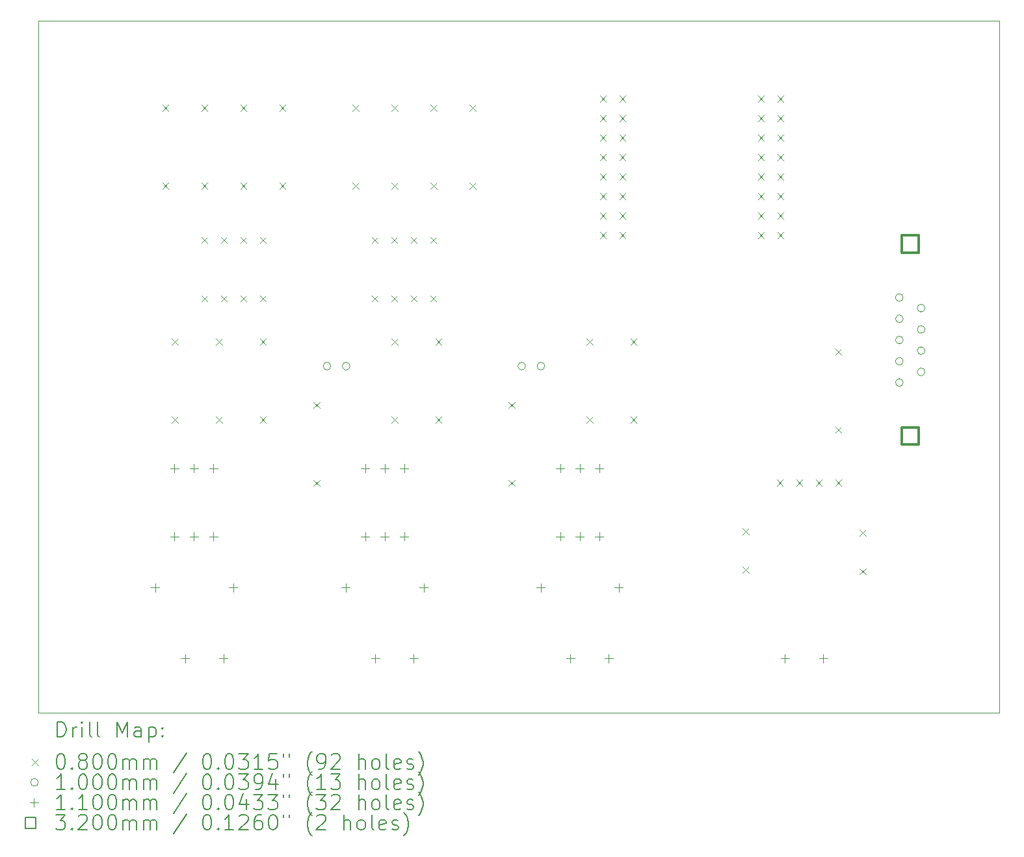
<source format=gbr>
%TF.GenerationSoftware,KiCad,Pcbnew,7.0.1*%
%TF.CreationDate,2023-03-23T12:40:10+01:00*%
%TF.ProjectId,ESP32-BMS_Ctrl,45535033-322d-4424-9d53-5f4374726c2e,rev?*%
%TF.SameCoordinates,Original*%
%TF.FileFunction,Drillmap*%
%TF.FilePolarity,Positive*%
%FSLAX45Y45*%
G04 Gerber Fmt 4.5, Leading zero omitted, Abs format (unit mm)*
G04 Created by KiCad (PCBNEW 7.0.1) date 2023-03-23 12:40:10*
%MOMM*%
%LPD*%
G01*
G04 APERTURE LIST*
%ADD10C,0.100000*%
%ADD11C,0.200000*%
%ADD12C,0.080000*%
%ADD13C,0.110000*%
%ADD14C,0.320000*%
G04 APERTURE END LIST*
D10*
X9334500Y-4191000D02*
X21844000Y-4191000D01*
X21844000Y-13208000D01*
X9334500Y-13208000D01*
X9334500Y-4191000D01*
D11*
D12*
X10945500Y-5287100D02*
X11025500Y-5367100D01*
X11025500Y-5287100D02*
X10945500Y-5367100D01*
X10945500Y-6303100D02*
X11025500Y-6383100D01*
X11025500Y-6303100D02*
X10945500Y-6383100D01*
X11068500Y-8335100D02*
X11148500Y-8415100D01*
X11148500Y-8335100D02*
X11068500Y-8415100D01*
X11068500Y-9351100D02*
X11148500Y-9431100D01*
X11148500Y-9351100D02*
X11068500Y-9431100D01*
X11453500Y-5287100D02*
X11533500Y-5367100D01*
X11533500Y-5287100D02*
X11453500Y-5367100D01*
X11453500Y-6303100D02*
X11533500Y-6383100D01*
X11533500Y-6303100D02*
X11453500Y-6383100D01*
X11453500Y-7008500D02*
X11533500Y-7088500D01*
X11533500Y-7008500D02*
X11453500Y-7088500D01*
X11453500Y-7770500D02*
X11533500Y-7850500D01*
X11533500Y-7770500D02*
X11453500Y-7850500D01*
X11644000Y-8335100D02*
X11724000Y-8415100D01*
X11724000Y-8335100D02*
X11644000Y-8415100D01*
X11644000Y-9351100D02*
X11724000Y-9431100D01*
X11724000Y-9351100D02*
X11644000Y-9431100D01*
X11707500Y-7008500D02*
X11787500Y-7088500D01*
X11787500Y-7008500D02*
X11707500Y-7088500D01*
X11707500Y-7770500D02*
X11787500Y-7850500D01*
X11787500Y-7770500D02*
X11707500Y-7850500D01*
X11961500Y-5287100D02*
X12041500Y-5367100D01*
X12041500Y-5287100D02*
X11961500Y-5367100D01*
X11961500Y-6303100D02*
X12041500Y-6383100D01*
X12041500Y-6303100D02*
X11961500Y-6383100D01*
X11961500Y-7008500D02*
X12041500Y-7088500D01*
X12041500Y-7008500D02*
X11961500Y-7088500D01*
X11961500Y-7770500D02*
X12041500Y-7850500D01*
X12041500Y-7770500D02*
X11961500Y-7850500D01*
X12215500Y-7008500D02*
X12295500Y-7088500D01*
X12295500Y-7008500D02*
X12215500Y-7088500D01*
X12215500Y-7770500D02*
X12295500Y-7850500D01*
X12295500Y-7770500D02*
X12215500Y-7850500D01*
X12215500Y-8335100D02*
X12295500Y-8415100D01*
X12295500Y-8335100D02*
X12215500Y-8415100D01*
X12215500Y-9351100D02*
X12295500Y-9431100D01*
X12295500Y-9351100D02*
X12215500Y-9431100D01*
X12469500Y-5287100D02*
X12549500Y-5367100D01*
X12549500Y-5287100D02*
X12469500Y-5367100D01*
X12469500Y-6303100D02*
X12549500Y-6383100D01*
X12549500Y-6303100D02*
X12469500Y-6383100D01*
X12914000Y-9160600D02*
X12994000Y-9240600D01*
X12994000Y-9160600D02*
X12914000Y-9240600D01*
X12914000Y-10176600D02*
X12994000Y-10256600D01*
X12994000Y-10176600D02*
X12914000Y-10256600D01*
X13422000Y-5287100D02*
X13502000Y-5367100D01*
X13502000Y-5287100D02*
X13422000Y-5367100D01*
X13422000Y-6303100D02*
X13502000Y-6383100D01*
X13502000Y-6303100D02*
X13422000Y-6383100D01*
X13672000Y-7008500D02*
X13752000Y-7088500D01*
X13752000Y-7008500D02*
X13672000Y-7088500D01*
X13672000Y-7770500D02*
X13752000Y-7850500D01*
X13752000Y-7770500D02*
X13672000Y-7850500D01*
X13926000Y-7008500D02*
X14006000Y-7088500D01*
X14006000Y-7008500D02*
X13926000Y-7088500D01*
X13926000Y-7770500D02*
X14006000Y-7850500D01*
X14006000Y-7770500D02*
X13926000Y-7850500D01*
X13930000Y-5287100D02*
X14010000Y-5367100D01*
X14010000Y-5287100D02*
X13930000Y-5367100D01*
X13930000Y-6303100D02*
X14010000Y-6383100D01*
X14010000Y-6303100D02*
X13930000Y-6383100D01*
X13930000Y-8335100D02*
X14010000Y-8415100D01*
X14010000Y-8335100D02*
X13930000Y-8415100D01*
X13930000Y-9351100D02*
X14010000Y-9431100D01*
X14010000Y-9351100D02*
X13930000Y-9431100D01*
X14180000Y-7008500D02*
X14260000Y-7088500D01*
X14260000Y-7008500D02*
X14180000Y-7088500D01*
X14180000Y-7770500D02*
X14260000Y-7850500D01*
X14260000Y-7770500D02*
X14180000Y-7850500D01*
X14434000Y-7008500D02*
X14514000Y-7088500D01*
X14514000Y-7008500D02*
X14434000Y-7088500D01*
X14434000Y-7770500D02*
X14514000Y-7850500D01*
X14514000Y-7770500D02*
X14434000Y-7850500D01*
X14438000Y-5287100D02*
X14518000Y-5367100D01*
X14518000Y-5287100D02*
X14438000Y-5367100D01*
X14438000Y-6303100D02*
X14518000Y-6383100D01*
X14518000Y-6303100D02*
X14438000Y-6383100D01*
X14501500Y-8335100D02*
X14581500Y-8415100D01*
X14581500Y-8335100D02*
X14501500Y-8415100D01*
X14501500Y-9351100D02*
X14581500Y-9431100D01*
X14581500Y-9351100D02*
X14501500Y-9431100D01*
X14946000Y-5287100D02*
X15026000Y-5367100D01*
X15026000Y-5287100D02*
X14946000Y-5367100D01*
X14946000Y-6303100D02*
X15026000Y-6383100D01*
X15026000Y-6303100D02*
X14946000Y-6383100D01*
X15454000Y-9160600D02*
X15534000Y-9240600D01*
X15534000Y-9160600D02*
X15454000Y-9240600D01*
X15454000Y-10176600D02*
X15534000Y-10256600D01*
X15534000Y-10176600D02*
X15454000Y-10256600D01*
X16470000Y-8335100D02*
X16550000Y-8415100D01*
X16550000Y-8335100D02*
X16470000Y-8415100D01*
X16470000Y-9351100D02*
X16550000Y-9431100D01*
X16550000Y-9351100D02*
X16470000Y-9431100D01*
X16646000Y-5170500D02*
X16726000Y-5250500D01*
X16726000Y-5170500D02*
X16646000Y-5250500D01*
X16646000Y-5424500D02*
X16726000Y-5504500D01*
X16726000Y-5424500D02*
X16646000Y-5504500D01*
X16646000Y-5678500D02*
X16726000Y-5758500D01*
X16726000Y-5678500D02*
X16646000Y-5758500D01*
X16646000Y-5932500D02*
X16726000Y-6012500D01*
X16726000Y-5932500D02*
X16646000Y-6012500D01*
X16646000Y-6186500D02*
X16726000Y-6266500D01*
X16726000Y-6186500D02*
X16646000Y-6266500D01*
X16646000Y-6440500D02*
X16726000Y-6520500D01*
X16726000Y-6440500D02*
X16646000Y-6520500D01*
X16646000Y-6694500D02*
X16726000Y-6774500D01*
X16726000Y-6694500D02*
X16646000Y-6774500D01*
X16646000Y-6948500D02*
X16726000Y-7028500D01*
X16726000Y-6948500D02*
X16646000Y-7028500D01*
X16900000Y-5170500D02*
X16980000Y-5250500D01*
X16980000Y-5170500D02*
X16900000Y-5250500D01*
X16900000Y-5424500D02*
X16980000Y-5504500D01*
X16980000Y-5424500D02*
X16900000Y-5504500D01*
X16900000Y-5678500D02*
X16980000Y-5758500D01*
X16980000Y-5678500D02*
X16900000Y-5758500D01*
X16900000Y-5932500D02*
X16980000Y-6012500D01*
X16980000Y-5932500D02*
X16900000Y-6012500D01*
X16900000Y-6186500D02*
X16980000Y-6266500D01*
X16980000Y-6186500D02*
X16900000Y-6266500D01*
X16900000Y-6440500D02*
X16980000Y-6520500D01*
X16980000Y-6440500D02*
X16900000Y-6520500D01*
X16900000Y-6694500D02*
X16980000Y-6774500D01*
X16980000Y-6694500D02*
X16900000Y-6774500D01*
X16900000Y-6948500D02*
X16980000Y-7028500D01*
X16980000Y-6948500D02*
X16900000Y-7028500D01*
X17041500Y-8335100D02*
X17121500Y-8415100D01*
X17121500Y-8335100D02*
X17041500Y-8415100D01*
X17041500Y-9351100D02*
X17121500Y-9431100D01*
X17121500Y-9351100D02*
X17041500Y-9431100D01*
X18502000Y-10809268D02*
X18582000Y-10889268D01*
X18582000Y-10809268D02*
X18502000Y-10889268D01*
X18502000Y-11309268D02*
X18582000Y-11389268D01*
X18582000Y-11309268D02*
X18502000Y-11389268D01*
X18703000Y-5170500D02*
X18783000Y-5250500D01*
X18783000Y-5170500D02*
X18703000Y-5250500D01*
X18703000Y-5424500D02*
X18783000Y-5504500D01*
X18783000Y-5424500D02*
X18703000Y-5504500D01*
X18703000Y-5678500D02*
X18783000Y-5758500D01*
X18783000Y-5678500D02*
X18703000Y-5758500D01*
X18703000Y-5932500D02*
X18783000Y-6012500D01*
X18783000Y-5932500D02*
X18703000Y-6012500D01*
X18703000Y-6186500D02*
X18783000Y-6266500D01*
X18783000Y-6186500D02*
X18703000Y-6266500D01*
X18703000Y-6440500D02*
X18783000Y-6520500D01*
X18783000Y-6440500D02*
X18703000Y-6520500D01*
X18703000Y-6694500D02*
X18783000Y-6774500D01*
X18783000Y-6694500D02*
X18703000Y-6774500D01*
X18703000Y-6948500D02*
X18783000Y-7028500D01*
X18783000Y-6948500D02*
X18703000Y-7028500D01*
X18946500Y-10174268D02*
X19026500Y-10254268D01*
X19026500Y-10174268D02*
X18946500Y-10254268D01*
X18957000Y-5170500D02*
X19037000Y-5250500D01*
X19037000Y-5170500D02*
X18957000Y-5250500D01*
X18957000Y-5424500D02*
X19037000Y-5504500D01*
X19037000Y-5424500D02*
X18957000Y-5504500D01*
X18957000Y-5678500D02*
X19037000Y-5758500D01*
X19037000Y-5678500D02*
X18957000Y-5758500D01*
X18957000Y-5932500D02*
X19037000Y-6012500D01*
X19037000Y-5932500D02*
X18957000Y-6012500D01*
X18957000Y-6186500D02*
X19037000Y-6266500D01*
X19037000Y-6186500D02*
X18957000Y-6266500D01*
X18957000Y-6440500D02*
X19037000Y-6520500D01*
X19037000Y-6440500D02*
X18957000Y-6520500D01*
X18957000Y-6694500D02*
X19037000Y-6774500D01*
X19037000Y-6694500D02*
X18957000Y-6774500D01*
X18957000Y-6948500D02*
X19037000Y-7028500D01*
X19037000Y-6948500D02*
X18957000Y-7028500D01*
X19200500Y-10174268D02*
X19280500Y-10254268D01*
X19280500Y-10174268D02*
X19200500Y-10254268D01*
X19454500Y-10174268D02*
X19534500Y-10254268D01*
X19534500Y-10174268D02*
X19454500Y-10254268D01*
X19708500Y-8469000D02*
X19788500Y-8549000D01*
X19788500Y-8469000D02*
X19708500Y-8549000D01*
X19708500Y-9485000D02*
X19788500Y-9565000D01*
X19788500Y-9485000D02*
X19708500Y-9565000D01*
X19708500Y-10174268D02*
X19788500Y-10254268D01*
X19788500Y-10174268D02*
X19708500Y-10254268D01*
X20026000Y-10826500D02*
X20106000Y-10906500D01*
X20106000Y-10826500D02*
X20026000Y-10906500D01*
X20026000Y-11326500D02*
X20106000Y-11406500D01*
X20106000Y-11326500D02*
X20026000Y-11406500D01*
D10*
X13139000Y-8692600D02*
G75*
G03*
X13139000Y-8692600I-50000J0D01*
G01*
X13389000Y-8692600D02*
G75*
G03*
X13389000Y-8692600I-50000J0D01*
G01*
X15675000Y-8692600D02*
G75*
G03*
X15675000Y-8692600I-50000J0D01*
G01*
X15925000Y-8692600D02*
G75*
G03*
X15925000Y-8692600I-50000J0D01*
G01*
X20592467Y-7799000D02*
G75*
G03*
X20592467Y-7799000I-50000J0D01*
G01*
X20592467Y-8076000D02*
G75*
G03*
X20592467Y-8076000I-50000J0D01*
G01*
X20592467Y-8353000D02*
G75*
G03*
X20592467Y-8353000I-50000J0D01*
G01*
X20592467Y-8630000D02*
G75*
G03*
X20592467Y-8630000I-50000J0D01*
G01*
X20592467Y-8907000D02*
G75*
G03*
X20592467Y-8907000I-50000J0D01*
G01*
X20876467Y-7937500D02*
G75*
G03*
X20876467Y-7937500I-50000J0D01*
G01*
X20876467Y-8214500D02*
G75*
G03*
X20876467Y-8214500I-50000J0D01*
G01*
X20876467Y-8491500D02*
G75*
G03*
X20876467Y-8491500I-50000J0D01*
G01*
X20876467Y-8768500D02*
G75*
G03*
X20876467Y-8768500I-50000J0D01*
G01*
D13*
X10854500Y-11525100D02*
X10854500Y-11635100D01*
X10799500Y-11580100D02*
X10909500Y-11580100D01*
X11104500Y-9971100D02*
X11104500Y-10081100D01*
X11049500Y-10026100D02*
X11159500Y-10026100D01*
X11104500Y-10860100D02*
X11104500Y-10970100D01*
X11049500Y-10915100D02*
X11159500Y-10915100D01*
X11243500Y-12447600D02*
X11243500Y-12557600D01*
X11188500Y-12502600D02*
X11298500Y-12502600D01*
X11358500Y-9971100D02*
X11358500Y-10081100D01*
X11303500Y-10026100D02*
X11413500Y-10026100D01*
X11358500Y-10860100D02*
X11358500Y-10970100D01*
X11303500Y-10915100D02*
X11413500Y-10915100D01*
X11612500Y-9971100D02*
X11612500Y-10081100D01*
X11557500Y-10026100D02*
X11667500Y-10026100D01*
X11612500Y-10860100D02*
X11612500Y-10970100D01*
X11557500Y-10915100D02*
X11667500Y-10915100D01*
X11743500Y-12447600D02*
X11743500Y-12557600D01*
X11688500Y-12502600D02*
X11798500Y-12502600D01*
X11870500Y-11525100D02*
X11870500Y-11635100D01*
X11815500Y-11580100D02*
X11925500Y-11580100D01*
X13335000Y-11525100D02*
X13335000Y-11635100D01*
X13280000Y-11580100D02*
X13390000Y-11580100D01*
X13589000Y-9971100D02*
X13589000Y-10081100D01*
X13534000Y-10026100D02*
X13644000Y-10026100D01*
X13589000Y-10860100D02*
X13589000Y-10970100D01*
X13534000Y-10915100D02*
X13644000Y-10915100D01*
X13720000Y-12447600D02*
X13720000Y-12557600D01*
X13665000Y-12502600D02*
X13775000Y-12502600D01*
X13843000Y-9971100D02*
X13843000Y-10081100D01*
X13788000Y-10026100D02*
X13898000Y-10026100D01*
X13843000Y-10860100D02*
X13843000Y-10970100D01*
X13788000Y-10915100D02*
X13898000Y-10915100D01*
X14097000Y-9971100D02*
X14097000Y-10081100D01*
X14042000Y-10026100D02*
X14152000Y-10026100D01*
X14097000Y-10860100D02*
X14097000Y-10970100D01*
X14042000Y-10915100D02*
X14152000Y-10915100D01*
X14220000Y-12447600D02*
X14220000Y-12557600D01*
X14165000Y-12502600D02*
X14275000Y-12502600D01*
X14351000Y-11525100D02*
X14351000Y-11635100D01*
X14296000Y-11580100D02*
X14406000Y-11580100D01*
X15875000Y-11525100D02*
X15875000Y-11635100D01*
X15820000Y-11580100D02*
X15930000Y-11580100D01*
X16129000Y-9971100D02*
X16129000Y-10081100D01*
X16074000Y-10026100D02*
X16184000Y-10026100D01*
X16129000Y-10860100D02*
X16129000Y-10970100D01*
X16074000Y-10915100D02*
X16184000Y-10915100D01*
X16260000Y-12447600D02*
X16260000Y-12557600D01*
X16205000Y-12502600D02*
X16315000Y-12502600D01*
X16383000Y-9971100D02*
X16383000Y-10081100D01*
X16328000Y-10026100D02*
X16438000Y-10026100D01*
X16383000Y-10860100D02*
X16383000Y-10970100D01*
X16328000Y-10915100D02*
X16438000Y-10915100D01*
X16637000Y-9971100D02*
X16637000Y-10081100D01*
X16582000Y-10026100D02*
X16692000Y-10026100D01*
X16637000Y-10860100D02*
X16637000Y-10970100D01*
X16582000Y-10915100D02*
X16692000Y-10915100D01*
X16760000Y-12447600D02*
X16760000Y-12557600D01*
X16705000Y-12502600D02*
X16815000Y-12502600D01*
X16891000Y-11525100D02*
X16891000Y-11635100D01*
X16836000Y-11580100D02*
X16946000Y-11580100D01*
X19054000Y-12447600D02*
X19054000Y-12557600D01*
X18999000Y-12502600D02*
X19109000Y-12502600D01*
X19554000Y-12447600D02*
X19554000Y-12557600D01*
X19499000Y-12502600D02*
X19609000Y-12502600D01*
D14*
X20797605Y-7216138D02*
X20797605Y-6989862D01*
X20571329Y-6989862D01*
X20571329Y-7216138D01*
X20797605Y-7216138D01*
X20797605Y-9716138D02*
X20797605Y-9489862D01*
X20571329Y-9489862D01*
X20571329Y-9716138D01*
X20797605Y-9716138D01*
D11*
X9577119Y-13525524D02*
X9577119Y-13325524D01*
X9577119Y-13325524D02*
X9624738Y-13325524D01*
X9624738Y-13325524D02*
X9653310Y-13335048D01*
X9653310Y-13335048D02*
X9672357Y-13354095D01*
X9672357Y-13354095D02*
X9681881Y-13373143D01*
X9681881Y-13373143D02*
X9691405Y-13411238D01*
X9691405Y-13411238D02*
X9691405Y-13439809D01*
X9691405Y-13439809D02*
X9681881Y-13477905D01*
X9681881Y-13477905D02*
X9672357Y-13496952D01*
X9672357Y-13496952D02*
X9653310Y-13516000D01*
X9653310Y-13516000D02*
X9624738Y-13525524D01*
X9624738Y-13525524D02*
X9577119Y-13525524D01*
X9777119Y-13525524D02*
X9777119Y-13392190D01*
X9777119Y-13430286D02*
X9786643Y-13411238D01*
X9786643Y-13411238D02*
X9796167Y-13401714D01*
X9796167Y-13401714D02*
X9815214Y-13392190D01*
X9815214Y-13392190D02*
X9834262Y-13392190D01*
X9900929Y-13525524D02*
X9900929Y-13392190D01*
X9900929Y-13325524D02*
X9891405Y-13335048D01*
X9891405Y-13335048D02*
X9900929Y-13344571D01*
X9900929Y-13344571D02*
X9910452Y-13335048D01*
X9910452Y-13335048D02*
X9900929Y-13325524D01*
X9900929Y-13325524D02*
X9900929Y-13344571D01*
X10024738Y-13525524D02*
X10005690Y-13516000D01*
X10005690Y-13516000D02*
X9996167Y-13496952D01*
X9996167Y-13496952D02*
X9996167Y-13325524D01*
X10129500Y-13525524D02*
X10110452Y-13516000D01*
X10110452Y-13516000D02*
X10100929Y-13496952D01*
X10100929Y-13496952D02*
X10100929Y-13325524D01*
X10358071Y-13525524D02*
X10358071Y-13325524D01*
X10358071Y-13325524D02*
X10424738Y-13468381D01*
X10424738Y-13468381D02*
X10491405Y-13325524D01*
X10491405Y-13325524D02*
X10491405Y-13525524D01*
X10672357Y-13525524D02*
X10672357Y-13420762D01*
X10672357Y-13420762D02*
X10662833Y-13401714D01*
X10662833Y-13401714D02*
X10643786Y-13392190D01*
X10643786Y-13392190D02*
X10605690Y-13392190D01*
X10605690Y-13392190D02*
X10586643Y-13401714D01*
X10672357Y-13516000D02*
X10653310Y-13525524D01*
X10653310Y-13525524D02*
X10605690Y-13525524D01*
X10605690Y-13525524D02*
X10586643Y-13516000D01*
X10586643Y-13516000D02*
X10577119Y-13496952D01*
X10577119Y-13496952D02*
X10577119Y-13477905D01*
X10577119Y-13477905D02*
X10586643Y-13458857D01*
X10586643Y-13458857D02*
X10605690Y-13449333D01*
X10605690Y-13449333D02*
X10653310Y-13449333D01*
X10653310Y-13449333D02*
X10672357Y-13439809D01*
X10767595Y-13392190D02*
X10767595Y-13592190D01*
X10767595Y-13401714D02*
X10786643Y-13392190D01*
X10786643Y-13392190D02*
X10824738Y-13392190D01*
X10824738Y-13392190D02*
X10843786Y-13401714D01*
X10843786Y-13401714D02*
X10853310Y-13411238D01*
X10853310Y-13411238D02*
X10862833Y-13430286D01*
X10862833Y-13430286D02*
X10862833Y-13487428D01*
X10862833Y-13487428D02*
X10853310Y-13506476D01*
X10853310Y-13506476D02*
X10843786Y-13516000D01*
X10843786Y-13516000D02*
X10824738Y-13525524D01*
X10824738Y-13525524D02*
X10786643Y-13525524D01*
X10786643Y-13525524D02*
X10767595Y-13516000D01*
X10948548Y-13506476D02*
X10958071Y-13516000D01*
X10958071Y-13516000D02*
X10948548Y-13525524D01*
X10948548Y-13525524D02*
X10939024Y-13516000D01*
X10939024Y-13516000D02*
X10948548Y-13506476D01*
X10948548Y-13506476D02*
X10948548Y-13525524D01*
X10948548Y-13401714D02*
X10958071Y-13411238D01*
X10958071Y-13411238D02*
X10948548Y-13420762D01*
X10948548Y-13420762D02*
X10939024Y-13411238D01*
X10939024Y-13411238D02*
X10948548Y-13401714D01*
X10948548Y-13401714D02*
X10948548Y-13420762D01*
D12*
X9249500Y-13813000D02*
X9329500Y-13893000D01*
X9329500Y-13813000D02*
X9249500Y-13893000D01*
D11*
X9615214Y-13745524D02*
X9634262Y-13745524D01*
X9634262Y-13745524D02*
X9653310Y-13755048D01*
X9653310Y-13755048D02*
X9662833Y-13764571D01*
X9662833Y-13764571D02*
X9672357Y-13783619D01*
X9672357Y-13783619D02*
X9681881Y-13821714D01*
X9681881Y-13821714D02*
X9681881Y-13869333D01*
X9681881Y-13869333D02*
X9672357Y-13907428D01*
X9672357Y-13907428D02*
X9662833Y-13926476D01*
X9662833Y-13926476D02*
X9653310Y-13936000D01*
X9653310Y-13936000D02*
X9634262Y-13945524D01*
X9634262Y-13945524D02*
X9615214Y-13945524D01*
X9615214Y-13945524D02*
X9596167Y-13936000D01*
X9596167Y-13936000D02*
X9586643Y-13926476D01*
X9586643Y-13926476D02*
X9577119Y-13907428D01*
X9577119Y-13907428D02*
X9567595Y-13869333D01*
X9567595Y-13869333D02*
X9567595Y-13821714D01*
X9567595Y-13821714D02*
X9577119Y-13783619D01*
X9577119Y-13783619D02*
X9586643Y-13764571D01*
X9586643Y-13764571D02*
X9596167Y-13755048D01*
X9596167Y-13755048D02*
X9615214Y-13745524D01*
X9767595Y-13926476D02*
X9777119Y-13936000D01*
X9777119Y-13936000D02*
X9767595Y-13945524D01*
X9767595Y-13945524D02*
X9758071Y-13936000D01*
X9758071Y-13936000D02*
X9767595Y-13926476D01*
X9767595Y-13926476D02*
X9767595Y-13945524D01*
X9891405Y-13831238D02*
X9872357Y-13821714D01*
X9872357Y-13821714D02*
X9862833Y-13812190D01*
X9862833Y-13812190D02*
X9853310Y-13793143D01*
X9853310Y-13793143D02*
X9853310Y-13783619D01*
X9853310Y-13783619D02*
X9862833Y-13764571D01*
X9862833Y-13764571D02*
X9872357Y-13755048D01*
X9872357Y-13755048D02*
X9891405Y-13745524D01*
X9891405Y-13745524D02*
X9929500Y-13745524D01*
X9929500Y-13745524D02*
X9948548Y-13755048D01*
X9948548Y-13755048D02*
X9958071Y-13764571D01*
X9958071Y-13764571D02*
X9967595Y-13783619D01*
X9967595Y-13783619D02*
X9967595Y-13793143D01*
X9967595Y-13793143D02*
X9958071Y-13812190D01*
X9958071Y-13812190D02*
X9948548Y-13821714D01*
X9948548Y-13821714D02*
X9929500Y-13831238D01*
X9929500Y-13831238D02*
X9891405Y-13831238D01*
X9891405Y-13831238D02*
X9872357Y-13840762D01*
X9872357Y-13840762D02*
X9862833Y-13850286D01*
X9862833Y-13850286D02*
X9853310Y-13869333D01*
X9853310Y-13869333D02*
X9853310Y-13907428D01*
X9853310Y-13907428D02*
X9862833Y-13926476D01*
X9862833Y-13926476D02*
X9872357Y-13936000D01*
X9872357Y-13936000D02*
X9891405Y-13945524D01*
X9891405Y-13945524D02*
X9929500Y-13945524D01*
X9929500Y-13945524D02*
X9948548Y-13936000D01*
X9948548Y-13936000D02*
X9958071Y-13926476D01*
X9958071Y-13926476D02*
X9967595Y-13907428D01*
X9967595Y-13907428D02*
X9967595Y-13869333D01*
X9967595Y-13869333D02*
X9958071Y-13850286D01*
X9958071Y-13850286D02*
X9948548Y-13840762D01*
X9948548Y-13840762D02*
X9929500Y-13831238D01*
X10091405Y-13745524D02*
X10110452Y-13745524D01*
X10110452Y-13745524D02*
X10129500Y-13755048D01*
X10129500Y-13755048D02*
X10139024Y-13764571D01*
X10139024Y-13764571D02*
X10148548Y-13783619D01*
X10148548Y-13783619D02*
X10158071Y-13821714D01*
X10158071Y-13821714D02*
X10158071Y-13869333D01*
X10158071Y-13869333D02*
X10148548Y-13907428D01*
X10148548Y-13907428D02*
X10139024Y-13926476D01*
X10139024Y-13926476D02*
X10129500Y-13936000D01*
X10129500Y-13936000D02*
X10110452Y-13945524D01*
X10110452Y-13945524D02*
X10091405Y-13945524D01*
X10091405Y-13945524D02*
X10072357Y-13936000D01*
X10072357Y-13936000D02*
X10062833Y-13926476D01*
X10062833Y-13926476D02*
X10053310Y-13907428D01*
X10053310Y-13907428D02*
X10043786Y-13869333D01*
X10043786Y-13869333D02*
X10043786Y-13821714D01*
X10043786Y-13821714D02*
X10053310Y-13783619D01*
X10053310Y-13783619D02*
X10062833Y-13764571D01*
X10062833Y-13764571D02*
X10072357Y-13755048D01*
X10072357Y-13755048D02*
X10091405Y-13745524D01*
X10281881Y-13745524D02*
X10300929Y-13745524D01*
X10300929Y-13745524D02*
X10319976Y-13755048D01*
X10319976Y-13755048D02*
X10329500Y-13764571D01*
X10329500Y-13764571D02*
X10339024Y-13783619D01*
X10339024Y-13783619D02*
X10348548Y-13821714D01*
X10348548Y-13821714D02*
X10348548Y-13869333D01*
X10348548Y-13869333D02*
X10339024Y-13907428D01*
X10339024Y-13907428D02*
X10329500Y-13926476D01*
X10329500Y-13926476D02*
X10319976Y-13936000D01*
X10319976Y-13936000D02*
X10300929Y-13945524D01*
X10300929Y-13945524D02*
X10281881Y-13945524D01*
X10281881Y-13945524D02*
X10262833Y-13936000D01*
X10262833Y-13936000D02*
X10253310Y-13926476D01*
X10253310Y-13926476D02*
X10243786Y-13907428D01*
X10243786Y-13907428D02*
X10234262Y-13869333D01*
X10234262Y-13869333D02*
X10234262Y-13821714D01*
X10234262Y-13821714D02*
X10243786Y-13783619D01*
X10243786Y-13783619D02*
X10253310Y-13764571D01*
X10253310Y-13764571D02*
X10262833Y-13755048D01*
X10262833Y-13755048D02*
X10281881Y-13745524D01*
X10434262Y-13945524D02*
X10434262Y-13812190D01*
X10434262Y-13831238D02*
X10443786Y-13821714D01*
X10443786Y-13821714D02*
X10462833Y-13812190D01*
X10462833Y-13812190D02*
X10491405Y-13812190D01*
X10491405Y-13812190D02*
X10510452Y-13821714D01*
X10510452Y-13821714D02*
X10519976Y-13840762D01*
X10519976Y-13840762D02*
X10519976Y-13945524D01*
X10519976Y-13840762D02*
X10529500Y-13821714D01*
X10529500Y-13821714D02*
X10548548Y-13812190D01*
X10548548Y-13812190D02*
X10577119Y-13812190D01*
X10577119Y-13812190D02*
X10596167Y-13821714D01*
X10596167Y-13821714D02*
X10605691Y-13840762D01*
X10605691Y-13840762D02*
X10605691Y-13945524D01*
X10700929Y-13945524D02*
X10700929Y-13812190D01*
X10700929Y-13831238D02*
X10710452Y-13821714D01*
X10710452Y-13821714D02*
X10729500Y-13812190D01*
X10729500Y-13812190D02*
X10758072Y-13812190D01*
X10758072Y-13812190D02*
X10777119Y-13821714D01*
X10777119Y-13821714D02*
X10786643Y-13840762D01*
X10786643Y-13840762D02*
X10786643Y-13945524D01*
X10786643Y-13840762D02*
X10796167Y-13821714D01*
X10796167Y-13821714D02*
X10815214Y-13812190D01*
X10815214Y-13812190D02*
X10843786Y-13812190D01*
X10843786Y-13812190D02*
X10862833Y-13821714D01*
X10862833Y-13821714D02*
X10872357Y-13840762D01*
X10872357Y-13840762D02*
X10872357Y-13945524D01*
X11262833Y-13736000D02*
X11091405Y-13993143D01*
X11519976Y-13745524D02*
X11539024Y-13745524D01*
X11539024Y-13745524D02*
X11558072Y-13755048D01*
X11558072Y-13755048D02*
X11567595Y-13764571D01*
X11567595Y-13764571D02*
X11577119Y-13783619D01*
X11577119Y-13783619D02*
X11586643Y-13821714D01*
X11586643Y-13821714D02*
X11586643Y-13869333D01*
X11586643Y-13869333D02*
X11577119Y-13907428D01*
X11577119Y-13907428D02*
X11567595Y-13926476D01*
X11567595Y-13926476D02*
X11558072Y-13936000D01*
X11558072Y-13936000D02*
X11539024Y-13945524D01*
X11539024Y-13945524D02*
X11519976Y-13945524D01*
X11519976Y-13945524D02*
X11500929Y-13936000D01*
X11500929Y-13936000D02*
X11491405Y-13926476D01*
X11491405Y-13926476D02*
X11481881Y-13907428D01*
X11481881Y-13907428D02*
X11472357Y-13869333D01*
X11472357Y-13869333D02*
X11472357Y-13821714D01*
X11472357Y-13821714D02*
X11481881Y-13783619D01*
X11481881Y-13783619D02*
X11491405Y-13764571D01*
X11491405Y-13764571D02*
X11500929Y-13755048D01*
X11500929Y-13755048D02*
X11519976Y-13745524D01*
X11672357Y-13926476D02*
X11681881Y-13936000D01*
X11681881Y-13936000D02*
X11672357Y-13945524D01*
X11672357Y-13945524D02*
X11662833Y-13936000D01*
X11662833Y-13936000D02*
X11672357Y-13926476D01*
X11672357Y-13926476D02*
X11672357Y-13945524D01*
X11805691Y-13745524D02*
X11824738Y-13745524D01*
X11824738Y-13745524D02*
X11843786Y-13755048D01*
X11843786Y-13755048D02*
X11853310Y-13764571D01*
X11853310Y-13764571D02*
X11862833Y-13783619D01*
X11862833Y-13783619D02*
X11872357Y-13821714D01*
X11872357Y-13821714D02*
X11872357Y-13869333D01*
X11872357Y-13869333D02*
X11862833Y-13907428D01*
X11862833Y-13907428D02*
X11853310Y-13926476D01*
X11853310Y-13926476D02*
X11843786Y-13936000D01*
X11843786Y-13936000D02*
X11824738Y-13945524D01*
X11824738Y-13945524D02*
X11805691Y-13945524D01*
X11805691Y-13945524D02*
X11786643Y-13936000D01*
X11786643Y-13936000D02*
X11777119Y-13926476D01*
X11777119Y-13926476D02*
X11767595Y-13907428D01*
X11767595Y-13907428D02*
X11758072Y-13869333D01*
X11758072Y-13869333D02*
X11758072Y-13821714D01*
X11758072Y-13821714D02*
X11767595Y-13783619D01*
X11767595Y-13783619D02*
X11777119Y-13764571D01*
X11777119Y-13764571D02*
X11786643Y-13755048D01*
X11786643Y-13755048D02*
X11805691Y-13745524D01*
X11939024Y-13745524D02*
X12062833Y-13745524D01*
X12062833Y-13745524D02*
X11996167Y-13821714D01*
X11996167Y-13821714D02*
X12024738Y-13821714D01*
X12024738Y-13821714D02*
X12043786Y-13831238D01*
X12043786Y-13831238D02*
X12053310Y-13840762D01*
X12053310Y-13840762D02*
X12062833Y-13859809D01*
X12062833Y-13859809D02*
X12062833Y-13907428D01*
X12062833Y-13907428D02*
X12053310Y-13926476D01*
X12053310Y-13926476D02*
X12043786Y-13936000D01*
X12043786Y-13936000D02*
X12024738Y-13945524D01*
X12024738Y-13945524D02*
X11967595Y-13945524D01*
X11967595Y-13945524D02*
X11948548Y-13936000D01*
X11948548Y-13936000D02*
X11939024Y-13926476D01*
X12253310Y-13945524D02*
X12139024Y-13945524D01*
X12196167Y-13945524D02*
X12196167Y-13745524D01*
X12196167Y-13745524D02*
X12177119Y-13774095D01*
X12177119Y-13774095D02*
X12158072Y-13793143D01*
X12158072Y-13793143D02*
X12139024Y-13802667D01*
X12434262Y-13745524D02*
X12339024Y-13745524D01*
X12339024Y-13745524D02*
X12329500Y-13840762D01*
X12329500Y-13840762D02*
X12339024Y-13831238D01*
X12339024Y-13831238D02*
X12358072Y-13821714D01*
X12358072Y-13821714D02*
X12405691Y-13821714D01*
X12405691Y-13821714D02*
X12424738Y-13831238D01*
X12424738Y-13831238D02*
X12434262Y-13840762D01*
X12434262Y-13840762D02*
X12443786Y-13859809D01*
X12443786Y-13859809D02*
X12443786Y-13907428D01*
X12443786Y-13907428D02*
X12434262Y-13926476D01*
X12434262Y-13926476D02*
X12424738Y-13936000D01*
X12424738Y-13936000D02*
X12405691Y-13945524D01*
X12405691Y-13945524D02*
X12358072Y-13945524D01*
X12358072Y-13945524D02*
X12339024Y-13936000D01*
X12339024Y-13936000D02*
X12329500Y-13926476D01*
X12519976Y-13745524D02*
X12519976Y-13783619D01*
X12596167Y-13745524D02*
X12596167Y-13783619D01*
X12891405Y-14021714D02*
X12881881Y-14012190D01*
X12881881Y-14012190D02*
X12862834Y-13983619D01*
X12862834Y-13983619D02*
X12853310Y-13964571D01*
X12853310Y-13964571D02*
X12843786Y-13936000D01*
X12843786Y-13936000D02*
X12834262Y-13888381D01*
X12834262Y-13888381D02*
X12834262Y-13850286D01*
X12834262Y-13850286D02*
X12843786Y-13802667D01*
X12843786Y-13802667D02*
X12853310Y-13774095D01*
X12853310Y-13774095D02*
X12862834Y-13755048D01*
X12862834Y-13755048D02*
X12881881Y-13726476D01*
X12881881Y-13726476D02*
X12891405Y-13716952D01*
X12977119Y-13945524D02*
X13015214Y-13945524D01*
X13015214Y-13945524D02*
X13034262Y-13936000D01*
X13034262Y-13936000D02*
X13043786Y-13926476D01*
X13043786Y-13926476D02*
X13062834Y-13897905D01*
X13062834Y-13897905D02*
X13072357Y-13859809D01*
X13072357Y-13859809D02*
X13072357Y-13783619D01*
X13072357Y-13783619D02*
X13062834Y-13764571D01*
X13062834Y-13764571D02*
X13053310Y-13755048D01*
X13053310Y-13755048D02*
X13034262Y-13745524D01*
X13034262Y-13745524D02*
X12996167Y-13745524D01*
X12996167Y-13745524D02*
X12977119Y-13755048D01*
X12977119Y-13755048D02*
X12967595Y-13764571D01*
X12967595Y-13764571D02*
X12958072Y-13783619D01*
X12958072Y-13783619D02*
X12958072Y-13831238D01*
X12958072Y-13831238D02*
X12967595Y-13850286D01*
X12967595Y-13850286D02*
X12977119Y-13859809D01*
X12977119Y-13859809D02*
X12996167Y-13869333D01*
X12996167Y-13869333D02*
X13034262Y-13869333D01*
X13034262Y-13869333D02*
X13053310Y-13859809D01*
X13053310Y-13859809D02*
X13062834Y-13850286D01*
X13062834Y-13850286D02*
X13072357Y-13831238D01*
X13148548Y-13764571D02*
X13158072Y-13755048D01*
X13158072Y-13755048D02*
X13177119Y-13745524D01*
X13177119Y-13745524D02*
X13224738Y-13745524D01*
X13224738Y-13745524D02*
X13243786Y-13755048D01*
X13243786Y-13755048D02*
X13253310Y-13764571D01*
X13253310Y-13764571D02*
X13262834Y-13783619D01*
X13262834Y-13783619D02*
X13262834Y-13802667D01*
X13262834Y-13802667D02*
X13253310Y-13831238D01*
X13253310Y-13831238D02*
X13139024Y-13945524D01*
X13139024Y-13945524D02*
X13262834Y-13945524D01*
X13500929Y-13945524D02*
X13500929Y-13745524D01*
X13586643Y-13945524D02*
X13586643Y-13840762D01*
X13586643Y-13840762D02*
X13577119Y-13821714D01*
X13577119Y-13821714D02*
X13558072Y-13812190D01*
X13558072Y-13812190D02*
X13529500Y-13812190D01*
X13529500Y-13812190D02*
X13510453Y-13821714D01*
X13510453Y-13821714D02*
X13500929Y-13831238D01*
X13710453Y-13945524D02*
X13691405Y-13936000D01*
X13691405Y-13936000D02*
X13681881Y-13926476D01*
X13681881Y-13926476D02*
X13672357Y-13907428D01*
X13672357Y-13907428D02*
X13672357Y-13850286D01*
X13672357Y-13850286D02*
X13681881Y-13831238D01*
X13681881Y-13831238D02*
X13691405Y-13821714D01*
X13691405Y-13821714D02*
X13710453Y-13812190D01*
X13710453Y-13812190D02*
X13739024Y-13812190D01*
X13739024Y-13812190D02*
X13758072Y-13821714D01*
X13758072Y-13821714D02*
X13767596Y-13831238D01*
X13767596Y-13831238D02*
X13777119Y-13850286D01*
X13777119Y-13850286D02*
X13777119Y-13907428D01*
X13777119Y-13907428D02*
X13767596Y-13926476D01*
X13767596Y-13926476D02*
X13758072Y-13936000D01*
X13758072Y-13936000D02*
X13739024Y-13945524D01*
X13739024Y-13945524D02*
X13710453Y-13945524D01*
X13891405Y-13945524D02*
X13872357Y-13936000D01*
X13872357Y-13936000D02*
X13862834Y-13916952D01*
X13862834Y-13916952D02*
X13862834Y-13745524D01*
X14043786Y-13936000D02*
X14024738Y-13945524D01*
X14024738Y-13945524D02*
X13986643Y-13945524D01*
X13986643Y-13945524D02*
X13967596Y-13936000D01*
X13967596Y-13936000D02*
X13958072Y-13916952D01*
X13958072Y-13916952D02*
X13958072Y-13840762D01*
X13958072Y-13840762D02*
X13967596Y-13821714D01*
X13967596Y-13821714D02*
X13986643Y-13812190D01*
X13986643Y-13812190D02*
X14024738Y-13812190D01*
X14024738Y-13812190D02*
X14043786Y-13821714D01*
X14043786Y-13821714D02*
X14053310Y-13840762D01*
X14053310Y-13840762D02*
X14053310Y-13859809D01*
X14053310Y-13859809D02*
X13958072Y-13878857D01*
X14129500Y-13936000D02*
X14148548Y-13945524D01*
X14148548Y-13945524D02*
X14186643Y-13945524D01*
X14186643Y-13945524D02*
X14205691Y-13936000D01*
X14205691Y-13936000D02*
X14215215Y-13916952D01*
X14215215Y-13916952D02*
X14215215Y-13907428D01*
X14215215Y-13907428D02*
X14205691Y-13888381D01*
X14205691Y-13888381D02*
X14186643Y-13878857D01*
X14186643Y-13878857D02*
X14158072Y-13878857D01*
X14158072Y-13878857D02*
X14139024Y-13869333D01*
X14139024Y-13869333D02*
X14129500Y-13850286D01*
X14129500Y-13850286D02*
X14129500Y-13840762D01*
X14129500Y-13840762D02*
X14139024Y-13821714D01*
X14139024Y-13821714D02*
X14158072Y-13812190D01*
X14158072Y-13812190D02*
X14186643Y-13812190D01*
X14186643Y-13812190D02*
X14205691Y-13821714D01*
X14281881Y-14021714D02*
X14291405Y-14012190D01*
X14291405Y-14012190D02*
X14310453Y-13983619D01*
X14310453Y-13983619D02*
X14319977Y-13964571D01*
X14319977Y-13964571D02*
X14329500Y-13936000D01*
X14329500Y-13936000D02*
X14339024Y-13888381D01*
X14339024Y-13888381D02*
X14339024Y-13850286D01*
X14339024Y-13850286D02*
X14329500Y-13802667D01*
X14329500Y-13802667D02*
X14319977Y-13774095D01*
X14319977Y-13774095D02*
X14310453Y-13755048D01*
X14310453Y-13755048D02*
X14291405Y-13726476D01*
X14291405Y-13726476D02*
X14281881Y-13716952D01*
D10*
X9329500Y-14117000D02*
G75*
G03*
X9329500Y-14117000I-50000J0D01*
G01*
D11*
X9681881Y-14209524D02*
X9567595Y-14209524D01*
X9624738Y-14209524D02*
X9624738Y-14009524D01*
X9624738Y-14009524D02*
X9605690Y-14038095D01*
X9605690Y-14038095D02*
X9586643Y-14057143D01*
X9586643Y-14057143D02*
X9567595Y-14066667D01*
X9767595Y-14190476D02*
X9777119Y-14200000D01*
X9777119Y-14200000D02*
X9767595Y-14209524D01*
X9767595Y-14209524D02*
X9758071Y-14200000D01*
X9758071Y-14200000D02*
X9767595Y-14190476D01*
X9767595Y-14190476D02*
X9767595Y-14209524D01*
X9900929Y-14009524D02*
X9919976Y-14009524D01*
X9919976Y-14009524D02*
X9939024Y-14019048D01*
X9939024Y-14019048D02*
X9948548Y-14028571D01*
X9948548Y-14028571D02*
X9958071Y-14047619D01*
X9958071Y-14047619D02*
X9967595Y-14085714D01*
X9967595Y-14085714D02*
X9967595Y-14133333D01*
X9967595Y-14133333D02*
X9958071Y-14171428D01*
X9958071Y-14171428D02*
X9948548Y-14190476D01*
X9948548Y-14190476D02*
X9939024Y-14200000D01*
X9939024Y-14200000D02*
X9919976Y-14209524D01*
X9919976Y-14209524D02*
X9900929Y-14209524D01*
X9900929Y-14209524D02*
X9881881Y-14200000D01*
X9881881Y-14200000D02*
X9872357Y-14190476D01*
X9872357Y-14190476D02*
X9862833Y-14171428D01*
X9862833Y-14171428D02*
X9853310Y-14133333D01*
X9853310Y-14133333D02*
X9853310Y-14085714D01*
X9853310Y-14085714D02*
X9862833Y-14047619D01*
X9862833Y-14047619D02*
X9872357Y-14028571D01*
X9872357Y-14028571D02*
X9881881Y-14019048D01*
X9881881Y-14019048D02*
X9900929Y-14009524D01*
X10091405Y-14009524D02*
X10110452Y-14009524D01*
X10110452Y-14009524D02*
X10129500Y-14019048D01*
X10129500Y-14019048D02*
X10139024Y-14028571D01*
X10139024Y-14028571D02*
X10148548Y-14047619D01*
X10148548Y-14047619D02*
X10158071Y-14085714D01*
X10158071Y-14085714D02*
X10158071Y-14133333D01*
X10158071Y-14133333D02*
X10148548Y-14171428D01*
X10148548Y-14171428D02*
X10139024Y-14190476D01*
X10139024Y-14190476D02*
X10129500Y-14200000D01*
X10129500Y-14200000D02*
X10110452Y-14209524D01*
X10110452Y-14209524D02*
X10091405Y-14209524D01*
X10091405Y-14209524D02*
X10072357Y-14200000D01*
X10072357Y-14200000D02*
X10062833Y-14190476D01*
X10062833Y-14190476D02*
X10053310Y-14171428D01*
X10053310Y-14171428D02*
X10043786Y-14133333D01*
X10043786Y-14133333D02*
X10043786Y-14085714D01*
X10043786Y-14085714D02*
X10053310Y-14047619D01*
X10053310Y-14047619D02*
X10062833Y-14028571D01*
X10062833Y-14028571D02*
X10072357Y-14019048D01*
X10072357Y-14019048D02*
X10091405Y-14009524D01*
X10281881Y-14009524D02*
X10300929Y-14009524D01*
X10300929Y-14009524D02*
X10319976Y-14019048D01*
X10319976Y-14019048D02*
X10329500Y-14028571D01*
X10329500Y-14028571D02*
X10339024Y-14047619D01*
X10339024Y-14047619D02*
X10348548Y-14085714D01*
X10348548Y-14085714D02*
X10348548Y-14133333D01*
X10348548Y-14133333D02*
X10339024Y-14171428D01*
X10339024Y-14171428D02*
X10329500Y-14190476D01*
X10329500Y-14190476D02*
X10319976Y-14200000D01*
X10319976Y-14200000D02*
X10300929Y-14209524D01*
X10300929Y-14209524D02*
X10281881Y-14209524D01*
X10281881Y-14209524D02*
X10262833Y-14200000D01*
X10262833Y-14200000D02*
X10253310Y-14190476D01*
X10253310Y-14190476D02*
X10243786Y-14171428D01*
X10243786Y-14171428D02*
X10234262Y-14133333D01*
X10234262Y-14133333D02*
X10234262Y-14085714D01*
X10234262Y-14085714D02*
X10243786Y-14047619D01*
X10243786Y-14047619D02*
X10253310Y-14028571D01*
X10253310Y-14028571D02*
X10262833Y-14019048D01*
X10262833Y-14019048D02*
X10281881Y-14009524D01*
X10434262Y-14209524D02*
X10434262Y-14076190D01*
X10434262Y-14095238D02*
X10443786Y-14085714D01*
X10443786Y-14085714D02*
X10462833Y-14076190D01*
X10462833Y-14076190D02*
X10491405Y-14076190D01*
X10491405Y-14076190D02*
X10510452Y-14085714D01*
X10510452Y-14085714D02*
X10519976Y-14104762D01*
X10519976Y-14104762D02*
X10519976Y-14209524D01*
X10519976Y-14104762D02*
X10529500Y-14085714D01*
X10529500Y-14085714D02*
X10548548Y-14076190D01*
X10548548Y-14076190D02*
X10577119Y-14076190D01*
X10577119Y-14076190D02*
X10596167Y-14085714D01*
X10596167Y-14085714D02*
X10605691Y-14104762D01*
X10605691Y-14104762D02*
X10605691Y-14209524D01*
X10700929Y-14209524D02*
X10700929Y-14076190D01*
X10700929Y-14095238D02*
X10710452Y-14085714D01*
X10710452Y-14085714D02*
X10729500Y-14076190D01*
X10729500Y-14076190D02*
X10758072Y-14076190D01*
X10758072Y-14076190D02*
X10777119Y-14085714D01*
X10777119Y-14085714D02*
X10786643Y-14104762D01*
X10786643Y-14104762D02*
X10786643Y-14209524D01*
X10786643Y-14104762D02*
X10796167Y-14085714D01*
X10796167Y-14085714D02*
X10815214Y-14076190D01*
X10815214Y-14076190D02*
X10843786Y-14076190D01*
X10843786Y-14076190D02*
X10862833Y-14085714D01*
X10862833Y-14085714D02*
X10872357Y-14104762D01*
X10872357Y-14104762D02*
X10872357Y-14209524D01*
X11262833Y-14000000D02*
X11091405Y-14257143D01*
X11519976Y-14009524D02*
X11539024Y-14009524D01*
X11539024Y-14009524D02*
X11558072Y-14019048D01*
X11558072Y-14019048D02*
X11567595Y-14028571D01*
X11567595Y-14028571D02*
X11577119Y-14047619D01*
X11577119Y-14047619D02*
X11586643Y-14085714D01*
X11586643Y-14085714D02*
X11586643Y-14133333D01*
X11586643Y-14133333D02*
X11577119Y-14171428D01*
X11577119Y-14171428D02*
X11567595Y-14190476D01*
X11567595Y-14190476D02*
X11558072Y-14200000D01*
X11558072Y-14200000D02*
X11539024Y-14209524D01*
X11539024Y-14209524D02*
X11519976Y-14209524D01*
X11519976Y-14209524D02*
X11500929Y-14200000D01*
X11500929Y-14200000D02*
X11491405Y-14190476D01*
X11491405Y-14190476D02*
X11481881Y-14171428D01*
X11481881Y-14171428D02*
X11472357Y-14133333D01*
X11472357Y-14133333D02*
X11472357Y-14085714D01*
X11472357Y-14085714D02*
X11481881Y-14047619D01*
X11481881Y-14047619D02*
X11491405Y-14028571D01*
X11491405Y-14028571D02*
X11500929Y-14019048D01*
X11500929Y-14019048D02*
X11519976Y-14009524D01*
X11672357Y-14190476D02*
X11681881Y-14200000D01*
X11681881Y-14200000D02*
X11672357Y-14209524D01*
X11672357Y-14209524D02*
X11662833Y-14200000D01*
X11662833Y-14200000D02*
X11672357Y-14190476D01*
X11672357Y-14190476D02*
X11672357Y-14209524D01*
X11805691Y-14009524D02*
X11824738Y-14009524D01*
X11824738Y-14009524D02*
X11843786Y-14019048D01*
X11843786Y-14019048D02*
X11853310Y-14028571D01*
X11853310Y-14028571D02*
X11862833Y-14047619D01*
X11862833Y-14047619D02*
X11872357Y-14085714D01*
X11872357Y-14085714D02*
X11872357Y-14133333D01*
X11872357Y-14133333D02*
X11862833Y-14171428D01*
X11862833Y-14171428D02*
X11853310Y-14190476D01*
X11853310Y-14190476D02*
X11843786Y-14200000D01*
X11843786Y-14200000D02*
X11824738Y-14209524D01*
X11824738Y-14209524D02*
X11805691Y-14209524D01*
X11805691Y-14209524D02*
X11786643Y-14200000D01*
X11786643Y-14200000D02*
X11777119Y-14190476D01*
X11777119Y-14190476D02*
X11767595Y-14171428D01*
X11767595Y-14171428D02*
X11758072Y-14133333D01*
X11758072Y-14133333D02*
X11758072Y-14085714D01*
X11758072Y-14085714D02*
X11767595Y-14047619D01*
X11767595Y-14047619D02*
X11777119Y-14028571D01*
X11777119Y-14028571D02*
X11786643Y-14019048D01*
X11786643Y-14019048D02*
X11805691Y-14009524D01*
X11939024Y-14009524D02*
X12062833Y-14009524D01*
X12062833Y-14009524D02*
X11996167Y-14085714D01*
X11996167Y-14085714D02*
X12024738Y-14085714D01*
X12024738Y-14085714D02*
X12043786Y-14095238D01*
X12043786Y-14095238D02*
X12053310Y-14104762D01*
X12053310Y-14104762D02*
X12062833Y-14123809D01*
X12062833Y-14123809D02*
X12062833Y-14171428D01*
X12062833Y-14171428D02*
X12053310Y-14190476D01*
X12053310Y-14190476D02*
X12043786Y-14200000D01*
X12043786Y-14200000D02*
X12024738Y-14209524D01*
X12024738Y-14209524D02*
X11967595Y-14209524D01*
X11967595Y-14209524D02*
X11948548Y-14200000D01*
X11948548Y-14200000D02*
X11939024Y-14190476D01*
X12158072Y-14209524D02*
X12196167Y-14209524D01*
X12196167Y-14209524D02*
X12215214Y-14200000D01*
X12215214Y-14200000D02*
X12224738Y-14190476D01*
X12224738Y-14190476D02*
X12243786Y-14161905D01*
X12243786Y-14161905D02*
X12253310Y-14123809D01*
X12253310Y-14123809D02*
X12253310Y-14047619D01*
X12253310Y-14047619D02*
X12243786Y-14028571D01*
X12243786Y-14028571D02*
X12234262Y-14019048D01*
X12234262Y-14019048D02*
X12215214Y-14009524D01*
X12215214Y-14009524D02*
X12177119Y-14009524D01*
X12177119Y-14009524D02*
X12158072Y-14019048D01*
X12158072Y-14019048D02*
X12148548Y-14028571D01*
X12148548Y-14028571D02*
X12139024Y-14047619D01*
X12139024Y-14047619D02*
X12139024Y-14095238D01*
X12139024Y-14095238D02*
X12148548Y-14114286D01*
X12148548Y-14114286D02*
X12158072Y-14123809D01*
X12158072Y-14123809D02*
X12177119Y-14133333D01*
X12177119Y-14133333D02*
X12215214Y-14133333D01*
X12215214Y-14133333D02*
X12234262Y-14123809D01*
X12234262Y-14123809D02*
X12243786Y-14114286D01*
X12243786Y-14114286D02*
X12253310Y-14095238D01*
X12424738Y-14076190D02*
X12424738Y-14209524D01*
X12377119Y-14000000D02*
X12329500Y-14142857D01*
X12329500Y-14142857D02*
X12453310Y-14142857D01*
X12519976Y-14009524D02*
X12519976Y-14047619D01*
X12596167Y-14009524D02*
X12596167Y-14047619D01*
X12891405Y-14285714D02*
X12881881Y-14276190D01*
X12881881Y-14276190D02*
X12862834Y-14247619D01*
X12862834Y-14247619D02*
X12853310Y-14228571D01*
X12853310Y-14228571D02*
X12843786Y-14200000D01*
X12843786Y-14200000D02*
X12834262Y-14152381D01*
X12834262Y-14152381D02*
X12834262Y-14114286D01*
X12834262Y-14114286D02*
X12843786Y-14066667D01*
X12843786Y-14066667D02*
X12853310Y-14038095D01*
X12853310Y-14038095D02*
X12862834Y-14019048D01*
X12862834Y-14019048D02*
X12881881Y-13990476D01*
X12881881Y-13990476D02*
X12891405Y-13980952D01*
X13072357Y-14209524D02*
X12958072Y-14209524D01*
X13015214Y-14209524D02*
X13015214Y-14009524D01*
X13015214Y-14009524D02*
X12996167Y-14038095D01*
X12996167Y-14038095D02*
X12977119Y-14057143D01*
X12977119Y-14057143D02*
X12958072Y-14066667D01*
X13139024Y-14009524D02*
X13262834Y-14009524D01*
X13262834Y-14009524D02*
X13196167Y-14085714D01*
X13196167Y-14085714D02*
X13224738Y-14085714D01*
X13224738Y-14085714D02*
X13243786Y-14095238D01*
X13243786Y-14095238D02*
X13253310Y-14104762D01*
X13253310Y-14104762D02*
X13262834Y-14123809D01*
X13262834Y-14123809D02*
X13262834Y-14171428D01*
X13262834Y-14171428D02*
X13253310Y-14190476D01*
X13253310Y-14190476D02*
X13243786Y-14200000D01*
X13243786Y-14200000D02*
X13224738Y-14209524D01*
X13224738Y-14209524D02*
X13167595Y-14209524D01*
X13167595Y-14209524D02*
X13148548Y-14200000D01*
X13148548Y-14200000D02*
X13139024Y-14190476D01*
X13500929Y-14209524D02*
X13500929Y-14009524D01*
X13586643Y-14209524D02*
X13586643Y-14104762D01*
X13586643Y-14104762D02*
X13577119Y-14085714D01*
X13577119Y-14085714D02*
X13558072Y-14076190D01*
X13558072Y-14076190D02*
X13529500Y-14076190D01*
X13529500Y-14076190D02*
X13510453Y-14085714D01*
X13510453Y-14085714D02*
X13500929Y-14095238D01*
X13710453Y-14209524D02*
X13691405Y-14200000D01*
X13691405Y-14200000D02*
X13681881Y-14190476D01*
X13681881Y-14190476D02*
X13672357Y-14171428D01*
X13672357Y-14171428D02*
X13672357Y-14114286D01*
X13672357Y-14114286D02*
X13681881Y-14095238D01*
X13681881Y-14095238D02*
X13691405Y-14085714D01*
X13691405Y-14085714D02*
X13710453Y-14076190D01*
X13710453Y-14076190D02*
X13739024Y-14076190D01*
X13739024Y-14076190D02*
X13758072Y-14085714D01*
X13758072Y-14085714D02*
X13767596Y-14095238D01*
X13767596Y-14095238D02*
X13777119Y-14114286D01*
X13777119Y-14114286D02*
X13777119Y-14171428D01*
X13777119Y-14171428D02*
X13767596Y-14190476D01*
X13767596Y-14190476D02*
X13758072Y-14200000D01*
X13758072Y-14200000D02*
X13739024Y-14209524D01*
X13739024Y-14209524D02*
X13710453Y-14209524D01*
X13891405Y-14209524D02*
X13872357Y-14200000D01*
X13872357Y-14200000D02*
X13862834Y-14180952D01*
X13862834Y-14180952D02*
X13862834Y-14009524D01*
X14043786Y-14200000D02*
X14024738Y-14209524D01*
X14024738Y-14209524D02*
X13986643Y-14209524D01*
X13986643Y-14209524D02*
X13967596Y-14200000D01*
X13967596Y-14200000D02*
X13958072Y-14180952D01*
X13958072Y-14180952D02*
X13958072Y-14104762D01*
X13958072Y-14104762D02*
X13967596Y-14085714D01*
X13967596Y-14085714D02*
X13986643Y-14076190D01*
X13986643Y-14076190D02*
X14024738Y-14076190D01*
X14024738Y-14076190D02*
X14043786Y-14085714D01*
X14043786Y-14085714D02*
X14053310Y-14104762D01*
X14053310Y-14104762D02*
X14053310Y-14123809D01*
X14053310Y-14123809D02*
X13958072Y-14142857D01*
X14129500Y-14200000D02*
X14148548Y-14209524D01*
X14148548Y-14209524D02*
X14186643Y-14209524D01*
X14186643Y-14209524D02*
X14205691Y-14200000D01*
X14205691Y-14200000D02*
X14215215Y-14180952D01*
X14215215Y-14180952D02*
X14215215Y-14171428D01*
X14215215Y-14171428D02*
X14205691Y-14152381D01*
X14205691Y-14152381D02*
X14186643Y-14142857D01*
X14186643Y-14142857D02*
X14158072Y-14142857D01*
X14158072Y-14142857D02*
X14139024Y-14133333D01*
X14139024Y-14133333D02*
X14129500Y-14114286D01*
X14129500Y-14114286D02*
X14129500Y-14104762D01*
X14129500Y-14104762D02*
X14139024Y-14085714D01*
X14139024Y-14085714D02*
X14158072Y-14076190D01*
X14158072Y-14076190D02*
X14186643Y-14076190D01*
X14186643Y-14076190D02*
X14205691Y-14085714D01*
X14281881Y-14285714D02*
X14291405Y-14276190D01*
X14291405Y-14276190D02*
X14310453Y-14247619D01*
X14310453Y-14247619D02*
X14319977Y-14228571D01*
X14319977Y-14228571D02*
X14329500Y-14200000D01*
X14329500Y-14200000D02*
X14339024Y-14152381D01*
X14339024Y-14152381D02*
X14339024Y-14114286D01*
X14339024Y-14114286D02*
X14329500Y-14066667D01*
X14329500Y-14066667D02*
X14319977Y-14038095D01*
X14319977Y-14038095D02*
X14310453Y-14019048D01*
X14310453Y-14019048D02*
X14291405Y-13990476D01*
X14291405Y-13990476D02*
X14281881Y-13980952D01*
D13*
X9274500Y-14326000D02*
X9274500Y-14436000D01*
X9219500Y-14381000D02*
X9329500Y-14381000D01*
D11*
X9681881Y-14473524D02*
X9567595Y-14473524D01*
X9624738Y-14473524D02*
X9624738Y-14273524D01*
X9624738Y-14273524D02*
X9605690Y-14302095D01*
X9605690Y-14302095D02*
X9586643Y-14321143D01*
X9586643Y-14321143D02*
X9567595Y-14330667D01*
X9767595Y-14454476D02*
X9777119Y-14464000D01*
X9777119Y-14464000D02*
X9767595Y-14473524D01*
X9767595Y-14473524D02*
X9758071Y-14464000D01*
X9758071Y-14464000D02*
X9767595Y-14454476D01*
X9767595Y-14454476D02*
X9767595Y-14473524D01*
X9967595Y-14473524D02*
X9853310Y-14473524D01*
X9910452Y-14473524D02*
X9910452Y-14273524D01*
X9910452Y-14273524D02*
X9891405Y-14302095D01*
X9891405Y-14302095D02*
X9872357Y-14321143D01*
X9872357Y-14321143D02*
X9853310Y-14330667D01*
X10091405Y-14273524D02*
X10110452Y-14273524D01*
X10110452Y-14273524D02*
X10129500Y-14283048D01*
X10129500Y-14283048D02*
X10139024Y-14292571D01*
X10139024Y-14292571D02*
X10148548Y-14311619D01*
X10148548Y-14311619D02*
X10158071Y-14349714D01*
X10158071Y-14349714D02*
X10158071Y-14397333D01*
X10158071Y-14397333D02*
X10148548Y-14435428D01*
X10148548Y-14435428D02*
X10139024Y-14454476D01*
X10139024Y-14454476D02*
X10129500Y-14464000D01*
X10129500Y-14464000D02*
X10110452Y-14473524D01*
X10110452Y-14473524D02*
X10091405Y-14473524D01*
X10091405Y-14473524D02*
X10072357Y-14464000D01*
X10072357Y-14464000D02*
X10062833Y-14454476D01*
X10062833Y-14454476D02*
X10053310Y-14435428D01*
X10053310Y-14435428D02*
X10043786Y-14397333D01*
X10043786Y-14397333D02*
X10043786Y-14349714D01*
X10043786Y-14349714D02*
X10053310Y-14311619D01*
X10053310Y-14311619D02*
X10062833Y-14292571D01*
X10062833Y-14292571D02*
X10072357Y-14283048D01*
X10072357Y-14283048D02*
X10091405Y-14273524D01*
X10281881Y-14273524D02*
X10300929Y-14273524D01*
X10300929Y-14273524D02*
X10319976Y-14283048D01*
X10319976Y-14283048D02*
X10329500Y-14292571D01*
X10329500Y-14292571D02*
X10339024Y-14311619D01*
X10339024Y-14311619D02*
X10348548Y-14349714D01*
X10348548Y-14349714D02*
X10348548Y-14397333D01*
X10348548Y-14397333D02*
X10339024Y-14435428D01*
X10339024Y-14435428D02*
X10329500Y-14454476D01*
X10329500Y-14454476D02*
X10319976Y-14464000D01*
X10319976Y-14464000D02*
X10300929Y-14473524D01*
X10300929Y-14473524D02*
X10281881Y-14473524D01*
X10281881Y-14473524D02*
X10262833Y-14464000D01*
X10262833Y-14464000D02*
X10253310Y-14454476D01*
X10253310Y-14454476D02*
X10243786Y-14435428D01*
X10243786Y-14435428D02*
X10234262Y-14397333D01*
X10234262Y-14397333D02*
X10234262Y-14349714D01*
X10234262Y-14349714D02*
X10243786Y-14311619D01*
X10243786Y-14311619D02*
X10253310Y-14292571D01*
X10253310Y-14292571D02*
X10262833Y-14283048D01*
X10262833Y-14283048D02*
X10281881Y-14273524D01*
X10434262Y-14473524D02*
X10434262Y-14340190D01*
X10434262Y-14359238D02*
X10443786Y-14349714D01*
X10443786Y-14349714D02*
X10462833Y-14340190D01*
X10462833Y-14340190D02*
X10491405Y-14340190D01*
X10491405Y-14340190D02*
X10510452Y-14349714D01*
X10510452Y-14349714D02*
X10519976Y-14368762D01*
X10519976Y-14368762D02*
X10519976Y-14473524D01*
X10519976Y-14368762D02*
X10529500Y-14349714D01*
X10529500Y-14349714D02*
X10548548Y-14340190D01*
X10548548Y-14340190D02*
X10577119Y-14340190D01*
X10577119Y-14340190D02*
X10596167Y-14349714D01*
X10596167Y-14349714D02*
X10605691Y-14368762D01*
X10605691Y-14368762D02*
X10605691Y-14473524D01*
X10700929Y-14473524D02*
X10700929Y-14340190D01*
X10700929Y-14359238D02*
X10710452Y-14349714D01*
X10710452Y-14349714D02*
X10729500Y-14340190D01*
X10729500Y-14340190D02*
X10758072Y-14340190D01*
X10758072Y-14340190D02*
X10777119Y-14349714D01*
X10777119Y-14349714D02*
X10786643Y-14368762D01*
X10786643Y-14368762D02*
X10786643Y-14473524D01*
X10786643Y-14368762D02*
X10796167Y-14349714D01*
X10796167Y-14349714D02*
X10815214Y-14340190D01*
X10815214Y-14340190D02*
X10843786Y-14340190D01*
X10843786Y-14340190D02*
X10862833Y-14349714D01*
X10862833Y-14349714D02*
X10872357Y-14368762D01*
X10872357Y-14368762D02*
X10872357Y-14473524D01*
X11262833Y-14264000D02*
X11091405Y-14521143D01*
X11519976Y-14273524D02*
X11539024Y-14273524D01*
X11539024Y-14273524D02*
X11558072Y-14283048D01*
X11558072Y-14283048D02*
X11567595Y-14292571D01*
X11567595Y-14292571D02*
X11577119Y-14311619D01*
X11577119Y-14311619D02*
X11586643Y-14349714D01*
X11586643Y-14349714D02*
X11586643Y-14397333D01*
X11586643Y-14397333D02*
X11577119Y-14435428D01*
X11577119Y-14435428D02*
X11567595Y-14454476D01*
X11567595Y-14454476D02*
X11558072Y-14464000D01*
X11558072Y-14464000D02*
X11539024Y-14473524D01*
X11539024Y-14473524D02*
X11519976Y-14473524D01*
X11519976Y-14473524D02*
X11500929Y-14464000D01*
X11500929Y-14464000D02*
X11491405Y-14454476D01*
X11491405Y-14454476D02*
X11481881Y-14435428D01*
X11481881Y-14435428D02*
X11472357Y-14397333D01*
X11472357Y-14397333D02*
X11472357Y-14349714D01*
X11472357Y-14349714D02*
X11481881Y-14311619D01*
X11481881Y-14311619D02*
X11491405Y-14292571D01*
X11491405Y-14292571D02*
X11500929Y-14283048D01*
X11500929Y-14283048D02*
X11519976Y-14273524D01*
X11672357Y-14454476D02*
X11681881Y-14464000D01*
X11681881Y-14464000D02*
X11672357Y-14473524D01*
X11672357Y-14473524D02*
X11662833Y-14464000D01*
X11662833Y-14464000D02*
X11672357Y-14454476D01*
X11672357Y-14454476D02*
X11672357Y-14473524D01*
X11805691Y-14273524D02*
X11824738Y-14273524D01*
X11824738Y-14273524D02*
X11843786Y-14283048D01*
X11843786Y-14283048D02*
X11853310Y-14292571D01*
X11853310Y-14292571D02*
X11862833Y-14311619D01*
X11862833Y-14311619D02*
X11872357Y-14349714D01*
X11872357Y-14349714D02*
X11872357Y-14397333D01*
X11872357Y-14397333D02*
X11862833Y-14435428D01*
X11862833Y-14435428D02*
X11853310Y-14454476D01*
X11853310Y-14454476D02*
X11843786Y-14464000D01*
X11843786Y-14464000D02*
X11824738Y-14473524D01*
X11824738Y-14473524D02*
X11805691Y-14473524D01*
X11805691Y-14473524D02*
X11786643Y-14464000D01*
X11786643Y-14464000D02*
X11777119Y-14454476D01*
X11777119Y-14454476D02*
X11767595Y-14435428D01*
X11767595Y-14435428D02*
X11758072Y-14397333D01*
X11758072Y-14397333D02*
X11758072Y-14349714D01*
X11758072Y-14349714D02*
X11767595Y-14311619D01*
X11767595Y-14311619D02*
X11777119Y-14292571D01*
X11777119Y-14292571D02*
X11786643Y-14283048D01*
X11786643Y-14283048D02*
X11805691Y-14273524D01*
X12043786Y-14340190D02*
X12043786Y-14473524D01*
X11996167Y-14264000D02*
X11948548Y-14406857D01*
X11948548Y-14406857D02*
X12072357Y-14406857D01*
X12129500Y-14273524D02*
X12253310Y-14273524D01*
X12253310Y-14273524D02*
X12186643Y-14349714D01*
X12186643Y-14349714D02*
X12215214Y-14349714D01*
X12215214Y-14349714D02*
X12234262Y-14359238D01*
X12234262Y-14359238D02*
X12243786Y-14368762D01*
X12243786Y-14368762D02*
X12253310Y-14387809D01*
X12253310Y-14387809D02*
X12253310Y-14435428D01*
X12253310Y-14435428D02*
X12243786Y-14454476D01*
X12243786Y-14454476D02*
X12234262Y-14464000D01*
X12234262Y-14464000D02*
X12215214Y-14473524D01*
X12215214Y-14473524D02*
X12158072Y-14473524D01*
X12158072Y-14473524D02*
X12139024Y-14464000D01*
X12139024Y-14464000D02*
X12129500Y-14454476D01*
X12319976Y-14273524D02*
X12443786Y-14273524D01*
X12443786Y-14273524D02*
X12377119Y-14349714D01*
X12377119Y-14349714D02*
X12405691Y-14349714D01*
X12405691Y-14349714D02*
X12424738Y-14359238D01*
X12424738Y-14359238D02*
X12434262Y-14368762D01*
X12434262Y-14368762D02*
X12443786Y-14387809D01*
X12443786Y-14387809D02*
X12443786Y-14435428D01*
X12443786Y-14435428D02*
X12434262Y-14454476D01*
X12434262Y-14454476D02*
X12424738Y-14464000D01*
X12424738Y-14464000D02*
X12405691Y-14473524D01*
X12405691Y-14473524D02*
X12348548Y-14473524D01*
X12348548Y-14473524D02*
X12329500Y-14464000D01*
X12329500Y-14464000D02*
X12319976Y-14454476D01*
X12519976Y-14273524D02*
X12519976Y-14311619D01*
X12596167Y-14273524D02*
X12596167Y-14311619D01*
X12891405Y-14549714D02*
X12881881Y-14540190D01*
X12881881Y-14540190D02*
X12862834Y-14511619D01*
X12862834Y-14511619D02*
X12853310Y-14492571D01*
X12853310Y-14492571D02*
X12843786Y-14464000D01*
X12843786Y-14464000D02*
X12834262Y-14416381D01*
X12834262Y-14416381D02*
X12834262Y-14378286D01*
X12834262Y-14378286D02*
X12843786Y-14330667D01*
X12843786Y-14330667D02*
X12853310Y-14302095D01*
X12853310Y-14302095D02*
X12862834Y-14283048D01*
X12862834Y-14283048D02*
X12881881Y-14254476D01*
X12881881Y-14254476D02*
X12891405Y-14244952D01*
X12948548Y-14273524D02*
X13072357Y-14273524D01*
X13072357Y-14273524D02*
X13005691Y-14349714D01*
X13005691Y-14349714D02*
X13034262Y-14349714D01*
X13034262Y-14349714D02*
X13053310Y-14359238D01*
X13053310Y-14359238D02*
X13062834Y-14368762D01*
X13062834Y-14368762D02*
X13072357Y-14387809D01*
X13072357Y-14387809D02*
X13072357Y-14435428D01*
X13072357Y-14435428D02*
X13062834Y-14454476D01*
X13062834Y-14454476D02*
X13053310Y-14464000D01*
X13053310Y-14464000D02*
X13034262Y-14473524D01*
X13034262Y-14473524D02*
X12977119Y-14473524D01*
X12977119Y-14473524D02*
X12958072Y-14464000D01*
X12958072Y-14464000D02*
X12948548Y-14454476D01*
X13148548Y-14292571D02*
X13158072Y-14283048D01*
X13158072Y-14283048D02*
X13177119Y-14273524D01*
X13177119Y-14273524D02*
X13224738Y-14273524D01*
X13224738Y-14273524D02*
X13243786Y-14283048D01*
X13243786Y-14283048D02*
X13253310Y-14292571D01*
X13253310Y-14292571D02*
X13262834Y-14311619D01*
X13262834Y-14311619D02*
X13262834Y-14330667D01*
X13262834Y-14330667D02*
X13253310Y-14359238D01*
X13253310Y-14359238D02*
X13139024Y-14473524D01*
X13139024Y-14473524D02*
X13262834Y-14473524D01*
X13500929Y-14473524D02*
X13500929Y-14273524D01*
X13586643Y-14473524D02*
X13586643Y-14368762D01*
X13586643Y-14368762D02*
X13577119Y-14349714D01*
X13577119Y-14349714D02*
X13558072Y-14340190D01*
X13558072Y-14340190D02*
X13529500Y-14340190D01*
X13529500Y-14340190D02*
X13510453Y-14349714D01*
X13510453Y-14349714D02*
X13500929Y-14359238D01*
X13710453Y-14473524D02*
X13691405Y-14464000D01*
X13691405Y-14464000D02*
X13681881Y-14454476D01*
X13681881Y-14454476D02*
X13672357Y-14435428D01*
X13672357Y-14435428D02*
X13672357Y-14378286D01*
X13672357Y-14378286D02*
X13681881Y-14359238D01*
X13681881Y-14359238D02*
X13691405Y-14349714D01*
X13691405Y-14349714D02*
X13710453Y-14340190D01*
X13710453Y-14340190D02*
X13739024Y-14340190D01*
X13739024Y-14340190D02*
X13758072Y-14349714D01*
X13758072Y-14349714D02*
X13767596Y-14359238D01*
X13767596Y-14359238D02*
X13777119Y-14378286D01*
X13777119Y-14378286D02*
X13777119Y-14435428D01*
X13777119Y-14435428D02*
X13767596Y-14454476D01*
X13767596Y-14454476D02*
X13758072Y-14464000D01*
X13758072Y-14464000D02*
X13739024Y-14473524D01*
X13739024Y-14473524D02*
X13710453Y-14473524D01*
X13891405Y-14473524D02*
X13872357Y-14464000D01*
X13872357Y-14464000D02*
X13862834Y-14444952D01*
X13862834Y-14444952D02*
X13862834Y-14273524D01*
X14043786Y-14464000D02*
X14024738Y-14473524D01*
X14024738Y-14473524D02*
X13986643Y-14473524D01*
X13986643Y-14473524D02*
X13967596Y-14464000D01*
X13967596Y-14464000D02*
X13958072Y-14444952D01*
X13958072Y-14444952D02*
X13958072Y-14368762D01*
X13958072Y-14368762D02*
X13967596Y-14349714D01*
X13967596Y-14349714D02*
X13986643Y-14340190D01*
X13986643Y-14340190D02*
X14024738Y-14340190D01*
X14024738Y-14340190D02*
X14043786Y-14349714D01*
X14043786Y-14349714D02*
X14053310Y-14368762D01*
X14053310Y-14368762D02*
X14053310Y-14387809D01*
X14053310Y-14387809D02*
X13958072Y-14406857D01*
X14129500Y-14464000D02*
X14148548Y-14473524D01*
X14148548Y-14473524D02*
X14186643Y-14473524D01*
X14186643Y-14473524D02*
X14205691Y-14464000D01*
X14205691Y-14464000D02*
X14215215Y-14444952D01*
X14215215Y-14444952D02*
X14215215Y-14435428D01*
X14215215Y-14435428D02*
X14205691Y-14416381D01*
X14205691Y-14416381D02*
X14186643Y-14406857D01*
X14186643Y-14406857D02*
X14158072Y-14406857D01*
X14158072Y-14406857D02*
X14139024Y-14397333D01*
X14139024Y-14397333D02*
X14129500Y-14378286D01*
X14129500Y-14378286D02*
X14129500Y-14368762D01*
X14129500Y-14368762D02*
X14139024Y-14349714D01*
X14139024Y-14349714D02*
X14158072Y-14340190D01*
X14158072Y-14340190D02*
X14186643Y-14340190D01*
X14186643Y-14340190D02*
X14205691Y-14349714D01*
X14281881Y-14549714D02*
X14291405Y-14540190D01*
X14291405Y-14540190D02*
X14310453Y-14511619D01*
X14310453Y-14511619D02*
X14319977Y-14492571D01*
X14319977Y-14492571D02*
X14329500Y-14464000D01*
X14329500Y-14464000D02*
X14339024Y-14416381D01*
X14339024Y-14416381D02*
X14339024Y-14378286D01*
X14339024Y-14378286D02*
X14329500Y-14330667D01*
X14329500Y-14330667D02*
X14319977Y-14302095D01*
X14319977Y-14302095D02*
X14310453Y-14283048D01*
X14310453Y-14283048D02*
X14291405Y-14254476D01*
X14291405Y-14254476D02*
X14281881Y-14244952D01*
X9300211Y-14715711D02*
X9300211Y-14574289D01*
X9158789Y-14574289D01*
X9158789Y-14715711D01*
X9300211Y-14715711D01*
X9558071Y-14537524D02*
X9681881Y-14537524D01*
X9681881Y-14537524D02*
X9615214Y-14613714D01*
X9615214Y-14613714D02*
X9643786Y-14613714D01*
X9643786Y-14613714D02*
X9662833Y-14623238D01*
X9662833Y-14623238D02*
X9672357Y-14632762D01*
X9672357Y-14632762D02*
X9681881Y-14651809D01*
X9681881Y-14651809D02*
X9681881Y-14699428D01*
X9681881Y-14699428D02*
X9672357Y-14718476D01*
X9672357Y-14718476D02*
X9662833Y-14728000D01*
X9662833Y-14728000D02*
X9643786Y-14737524D01*
X9643786Y-14737524D02*
X9586643Y-14737524D01*
X9586643Y-14737524D02*
X9567595Y-14728000D01*
X9567595Y-14728000D02*
X9558071Y-14718476D01*
X9767595Y-14718476D02*
X9777119Y-14728000D01*
X9777119Y-14728000D02*
X9767595Y-14737524D01*
X9767595Y-14737524D02*
X9758071Y-14728000D01*
X9758071Y-14728000D02*
X9767595Y-14718476D01*
X9767595Y-14718476D02*
X9767595Y-14737524D01*
X9853310Y-14556571D02*
X9862833Y-14547048D01*
X9862833Y-14547048D02*
X9881881Y-14537524D01*
X9881881Y-14537524D02*
X9929500Y-14537524D01*
X9929500Y-14537524D02*
X9948548Y-14547048D01*
X9948548Y-14547048D02*
X9958071Y-14556571D01*
X9958071Y-14556571D02*
X9967595Y-14575619D01*
X9967595Y-14575619D02*
X9967595Y-14594667D01*
X9967595Y-14594667D02*
X9958071Y-14623238D01*
X9958071Y-14623238D02*
X9843786Y-14737524D01*
X9843786Y-14737524D02*
X9967595Y-14737524D01*
X10091405Y-14537524D02*
X10110452Y-14537524D01*
X10110452Y-14537524D02*
X10129500Y-14547048D01*
X10129500Y-14547048D02*
X10139024Y-14556571D01*
X10139024Y-14556571D02*
X10148548Y-14575619D01*
X10148548Y-14575619D02*
X10158071Y-14613714D01*
X10158071Y-14613714D02*
X10158071Y-14661333D01*
X10158071Y-14661333D02*
X10148548Y-14699428D01*
X10148548Y-14699428D02*
X10139024Y-14718476D01*
X10139024Y-14718476D02*
X10129500Y-14728000D01*
X10129500Y-14728000D02*
X10110452Y-14737524D01*
X10110452Y-14737524D02*
X10091405Y-14737524D01*
X10091405Y-14737524D02*
X10072357Y-14728000D01*
X10072357Y-14728000D02*
X10062833Y-14718476D01*
X10062833Y-14718476D02*
X10053310Y-14699428D01*
X10053310Y-14699428D02*
X10043786Y-14661333D01*
X10043786Y-14661333D02*
X10043786Y-14613714D01*
X10043786Y-14613714D02*
X10053310Y-14575619D01*
X10053310Y-14575619D02*
X10062833Y-14556571D01*
X10062833Y-14556571D02*
X10072357Y-14547048D01*
X10072357Y-14547048D02*
X10091405Y-14537524D01*
X10281881Y-14537524D02*
X10300929Y-14537524D01*
X10300929Y-14537524D02*
X10319976Y-14547048D01*
X10319976Y-14547048D02*
X10329500Y-14556571D01*
X10329500Y-14556571D02*
X10339024Y-14575619D01*
X10339024Y-14575619D02*
X10348548Y-14613714D01*
X10348548Y-14613714D02*
X10348548Y-14661333D01*
X10348548Y-14661333D02*
X10339024Y-14699428D01*
X10339024Y-14699428D02*
X10329500Y-14718476D01*
X10329500Y-14718476D02*
X10319976Y-14728000D01*
X10319976Y-14728000D02*
X10300929Y-14737524D01*
X10300929Y-14737524D02*
X10281881Y-14737524D01*
X10281881Y-14737524D02*
X10262833Y-14728000D01*
X10262833Y-14728000D02*
X10253310Y-14718476D01*
X10253310Y-14718476D02*
X10243786Y-14699428D01*
X10243786Y-14699428D02*
X10234262Y-14661333D01*
X10234262Y-14661333D02*
X10234262Y-14613714D01*
X10234262Y-14613714D02*
X10243786Y-14575619D01*
X10243786Y-14575619D02*
X10253310Y-14556571D01*
X10253310Y-14556571D02*
X10262833Y-14547048D01*
X10262833Y-14547048D02*
X10281881Y-14537524D01*
X10434262Y-14737524D02*
X10434262Y-14604190D01*
X10434262Y-14623238D02*
X10443786Y-14613714D01*
X10443786Y-14613714D02*
X10462833Y-14604190D01*
X10462833Y-14604190D02*
X10491405Y-14604190D01*
X10491405Y-14604190D02*
X10510452Y-14613714D01*
X10510452Y-14613714D02*
X10519976Y-14632762D01*
X10519976Y-14632762D02*
X10519976Y-14737524D01*
X10519976Y-14632762D02*
X10529500Y-14613714D01*
X10529500Y-14613714D02*
X10548548Y-14604190D01*
X10548548Y-14604190D02*
X10577119Y-14604190D01*
X10577119Y-14604190D02*
X10596167Y-14613714D01*
X10596167Y-14613714D02*
X10605691Y-14632762D01*
X10605691Y-14632762D02*
X10605691Y-14737524D01*
X10700929Y-14737524D02*
X10700929Y-14604190D01*
X10700929Y-14623238D02*
X10710452Y-14613714D01*
X10710452Y-14613714D02*
X10729500Y-14604190D01*
X10729500Y-14604190D02*
X10758072Y-14604190D01*
X10758072Y-14604190D02*
X10777119Y-14613714D01*
X10777119Y-14613714D02*
X10786643Y-14632762D01*
X10786643Y-14632762D02*
X10786643Y-14737524D01*
X10786643Y-14632762D02*
X10796167Y-14613714D01*
X10796167Y-14613714D02*
X10815214Y-14604190D01*
X10815214Y-14604190D02*
X10843786Y-14604190D01*
X10843786Y-14604190D02*
X10862833Y-14613714D01*
X10862833Y-14613714D02*
X10872357Y-14632762D01*
X10872357Y-14632762D02*
X10872357Y-14737524D01*
X11262833Y-14528000D02*
X11091405Y-14785143D01*
X11519976Y-14537524D02*
X11539024Y-14537524D01*
X11539024Y-14537524D02*
X11558072Y-14547048D01*
X11558072Y-14547048D02*
X11567595Y-14556571D01*
X11567595Y-14556571D02*
X11577119Y-14575619D01*
X11577119Y-14575619D02*
X11586643Y-14613714D01*
X11586643Y-14613714D02*
X11586643Y-14661333D01*
X11586643Y-14661333D02*
X11577119Y-14699428D01*
X11577119Y-14699428D02*
X11567595Y-14718476D01*
X11567595Y-14718476D02*
X11558072Y-14728000D01*
X11558072Y-14728000D02*
X11539024Y-14737524D01*
X11539024Y-14737524D02*
X11519976Y-14737524D01*
X11519976Y-14737524D02*
X11500929Y-14728000D01*
X11500929Y-14728000D02*
X11491405Y-14718476D01*
X11491405Y-14718476D02*
X11481881Y-14699428D01*
X11481881Y-14699428D02*
X11472357Y-14661333D01*
X11472357Y-14661333D02*
X11472357Y-14613714D01*
X11472357Y-14613714D02*
X11481881Y-14575619D01*
X11481881Y-14575619D02*
X11491405Y-14556571D01*
X11491405Y-14556571D02*
X11500929Y-14547048D01*
X11500929Y-14547048D02*
X11519976Y-14537524D01*
X11672357Y-14718476D02*
X11681881Y-14728000D01*
X11681881Y-14728000D02*
X11672357Y-14737524D01*
X11672357Y-14737524D02*
X11662833Y-14728000D01*
X11662833Y-14728000D02*
X11672357Y-14718476D01*
X11672357Y-14718476D02*
X11672357Y-14737524D01*
X11872357Y-14737524D02*
X11758072Y-14737524D01*
X11815214Y-14737524D02*
X11815214Y-14537524D01*
X11815214Y-14537524D02*
X11796167Y-14566095D01*
X11796167Y-14566095D02*
X11777119Y-14585143D01*
X11777119Y-14585143D02*
X11758072Y-14594667D01*
X11948548Y-14556571D02*
X11958072Y-14547048D01*
X11958072Y-14547048D02*
X11977119Y-14537524D01*
X11977119Y-14537524D02*
X12024738Y-14537524D01*
X12024738Y-14537524D02*
X12043786Y-14547048D01*
X12043786Y-14547048D02*
X12053310Y-14556571D01*
X12053310Y-14556571D02*
X12062833Y-14575619D01*
X12062833Y-14575619D02*
X12062833Y-14594667D01*
X12062833Y-14594667D02*
X12053310Y-14623238D01*
X12053310Y-14623238D02*
X11939024Y-14737524D01*
X11939024Y-14737524D02*
X12062833Y-14737524D01*
X12234262Y-14537524D02*
X12196167Y-14537524D01*
X12196167Y-14537524D02*
X12177119Y-14547048D01*
X12177119Y-14547048D02*
X12167595Y-14556571D01*
X12167595Y-14556571D02*
X12148548Y-14585143D01*
X12148548Y-14585143D02*
X12139024Y-14623238D01*
X12139024Y-14623238D02*
X12139024Y-14699428D01*
X12139024Y-14699428D02*
X12148548Y-14718476D01*
X12148548Y-14718476D02*
X12158072Y-14728000D01*
X12158072Y-14728000D02*
X12177119Y-14737524D01*
X12177119Y-14737524D02*
X12215214Y-14737524D01*
X12215214Y-14737524D02*
X12234262Y-14728000D01*
X12234262Y-14728000D02*
X12243786Y-14718476D01*
X12243786Y-14718476D02*
X12253310Y-14699428D01*
X12253310Y-14699428D02*
X12253310Y-14651809D01*
X12253310Y-14651809D02*
X12243786Y-14632762D01*
X12243786Y-14632762D02*
X12234262Y-14623238D01*
X12234262Y-14623238D02*
X12215214Y-14613714D01*
X12215214Y-14613714D02*
X12177119Y-14613714D01*
X12177119Y-14613714D02*
X12158072Y-14623238D01*
X12158072Y-14623238D02*
X12148548Y-14632762D01*
X12148548Y-14632762D02*
X12139024Y-14651809D01*
X12377119Y-14537524D02*
X12396167Y-14537524D01*
X12396167Y-14537524D02*
X12415214Y-14547048D01*
X12415214Y-14547048D02*
X12424738Y-14556571D01*
X12424738Y-14556571D02*
X12434262Y-14575619D01*
X12434262Y-14575619D02*
X12443786Y-14613714D01*
X12443786Y-14613714D02*
X12443786Y-14661333D01*
X12443786Y-14661333D02*
X12434262Y-14699428D01*
X12434262Y-14699428D02*
X12424738Y-14718476D01*
X12424738Y-14718476D02*
X12415214Y-14728000D01*
X12415214Y-14728000D02*
X12396167Y-14737524D01*
X12396167Y-14737524D02*
X12377119Y-14737524D01*
X12377119Y-14737524D02*
X12358072Y-14728000D01*
X12358072Y-14728000D02*
X12348548Y-14718476D01*
X12348548Y-14718476D02*
X12339024Y-14699428D01*
X12339024Y-14699428D02*
X12329500Y-14661333D01*
X12329500Y-14661333D02*
X12329500Y-14613714D01*
X12329500Y-14613714D02*
X12339024Y-14575619D01*
X12339024Y-14575619D02*
X12348548Y-14556571D01*
X12348548Y-14556571D02*
X12358072Y-14547048D01*
X12358072Y-14547048D02*
X12377119Y-14537524D01*
X12519976Y-14537524D02*
X12519976Y-14575619D01*
X12596167Y-14537524D02*
X12596167Y-14575619D01*
X12891405Y-14813714D02*
X12881881Y-14804190D01*
X12881881Y-14804190D02*
X12862834Y-14775619D01*
X12862834Y-14775619D02*
X12853310Y-14756571D01*
X12853310Y-14756571D02*
X12843786Y-14728000D01*
X12843786Y-14728000D02*
X12834262Y-14680381D01*
X12834262Y-14680381D02*
X12834262Y-14642286D01*
X12834262Y-14642286D02*
X12843786Y-14594667D01*
X12843786Y-14594667D02*
X12853310Y-14566095D01*
X12853310Y-14566095D02*
X12862834Y-14547048D01*
X12862834Y-14547048D02*
X12881881Y-14518476D01*
X12881881Y-14518476D02*
X12891405Y-14508952D01*
X12958072Y-14556571D02*
X12967595Y-14547048D01*
X12967595Y-14547048D02*
X12986643Y-14537524D01*
X12986643Y-14537524D02*
X13034262Y-14537524D01*
X13034262Y-14537524D02*
X13053310Y-14547048D01*
X13053310Y-14547048D02*
X13062834Y-14556571D01*
X13062834Y-14556571D02*
X13072357Y-14575619D01*
X13072357Y-14575619D02*
X13072357Y-14594667D01*
X13072357Y-14594667D02*
X13062834Y-14623238D01*
X13062834Y-14623238D02*
X12948548Y-14737524D01*
X12948548Y-14737524D02*
X13072357Y-14737524D01*
X13310453Y-14737524D02*
X13310453Y-14537524D01*
X13396167Y-14737524D02*
X13396167Y-14632762D01*
X13396167Y-14632762D02*
X13386643Y-14613714D01*
X13386643Y-14613714D02*
X13367596Y-14604190D01*
X13367596Y-14604190D02*
X13339024Y-14604190D01*
X13339024Y-14604190D02*
X13319976Y-14613714D01*
X13319976Y-14613714D02*
X13310453Y-14623238D01*
X13519976Y-14737524D02*
X13500929Y-14728000D01*
X13500929Y-14728000D02*
X13491405Y-14718476D01*
X13491405Y-14718476D02*
X13481881Y-14699428D01*
X13481881Y-14699428D02*
X13481881Y-14642286D01*
X13481881Y-14642286D02*
X13491405Y-14623238D01*
X13491405Y-14623238D02*
X13500929Y-14613714D01*
X13500929Y-14613714D02*
X13519976Y-14604190D01*
X13519976Y-14604190D02*
X13548548Y-14604190D01*
X13548548Y-14604190D02*
X13567596Y-14613714D01*
X13567596Y-14613714D02*
X13577119Y-14623238D01*
X13577119Y-14623238D02*
X13586643Y-14642286D01*
X13586643Y-14642286D02*
X13586643Y-14699428D01*
X13586643Y-14699428D02*
X13577119Y-14718476D01*
X13577119Y-14718476D02*
X13567596Y-14728000D01*
X13567596Y-14728000D02*
X13548548Y-14737524D01*
X13548548Y-14737524D02*
X13519976Y-14737524D01*
X13700929Y-14737524D02*
X13681881Y-14728000D01*
X13681881Y-14728000D02*
X13672357Y-14708952D01*
X13672357Y-14708952D02*
X13672357Y-14537524D01*
X13853310Y-14728000D02*
X13834262Y-14737524D01*
X13834262Y-14737524D02*
X13796167Y-14737524D01*
X13796167Y-14737524D02*
X13777119Y-14728000D01*
X13777119Y-14728000D02*
X13767596Y-14708952D01*
X13767596Y-14708952D02*
X13767596Y-14632762D01*
X13767596Y-14632762D02*
X13777119Y-14613714D01*
X13777119Y-14613714D02*
X13796167Y-14604190D01*
X13796167Y-14604190D02*
X13834262Y-14604190D01*
X13834262Y-14604190D02*
X13853310Y-14613714D01*
X13853310Y-14613714D02*
X13862834Y-14632762D01*
X13862834Y-14632762D02*
X13862834Y-14651809D01*
X13862834Y-14651809D02*
X13767596Y-14670857D01*
X13939024Y-14728000D02*
X13958072Y-14737524D01*
X13958072Y-14737524D02*
X13996167Y-14737524D01*
X13996167Y-14737524D02*
X14015215Y-14728000D01*
X14015215Y-14728000D02*
X14024738Y-14708952D01*
X14024738Y-14708952D02*
X14024738Y-14699428D01*
X14024738Y-14699428D02*
X14015215Y-14680381D01*
X14015215Y-14680381D02*
X13996167Y-14670857D01*
X13996167Y-14670857D02*
X13967596Y-14670857D01*
X13967596Y-14670857D02*
X13948548Y-14661333D01*
X13948548Y-14661333D02*
X13939024Y-14642286D01*
X13939024Y-14642286D02*
X13939024Y-14632762D01*
X13939024Y-14632762D02*
X13948548Y-14613714D01*
X13948548Y-14613714D02*
X13967596Y-14604190D01*
X13967596Y-14604190D02*
X13996167Y-14604190D01*
X13996167Y-14604190D02*
X14015215Y-14613714D01*
X14091405Y-14813714D02*
X14100929Y-14804190D01*
X14100929Y-14804190D02*
X14119977Y-14775619D01*
X14119977Y-14775619D02*
X14129500Y-14756571D01*
X14129500Y-14756571D02*
X14139024Y-14728000D01*
X14139024Y-14728000D02*
X14148548Y-14680381D01*
X14148548Y-14680381D02*
X14148548Y-14642286D01*
X14148548Y-14642286D02*
X14139024Y-14594667D01*
X14139024Y-14594667D02*
X14129500Y-14566095D01*
X14129500Y-14566095D02*
X14119977Y-14547048D01*
X14119977Y-14547048D02*
X14100929Y-14518476D01*
X14100929Y-14518476D02*
X14091405Y-14508952D01*
M02*

</source>
